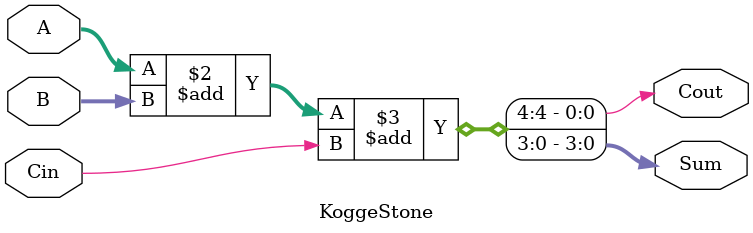
<source format=v>
`timescale 1ns/1ps

module KoggeStone (
    input  wire [3:0] A,   // Operando A
    input  wire [3:0] B,   // Operando B
    input  wire       Cin, // Carry-in
    output reg  [3:0] Sum, // Saída da soma
    output reg        Cout // Carry-out
);
    // Lógica comportamental usando operador +.
    // Apesar de usar o somador do Verilog, mantemos o nome do módulo
    // e a interface para padronização com as demais abordagens.
    always @* begin
        // Soma de 4 bits com propagação de carry-in.
        {Cout, Sum} = A + B + Cin;
    end
endmodule
</source>
